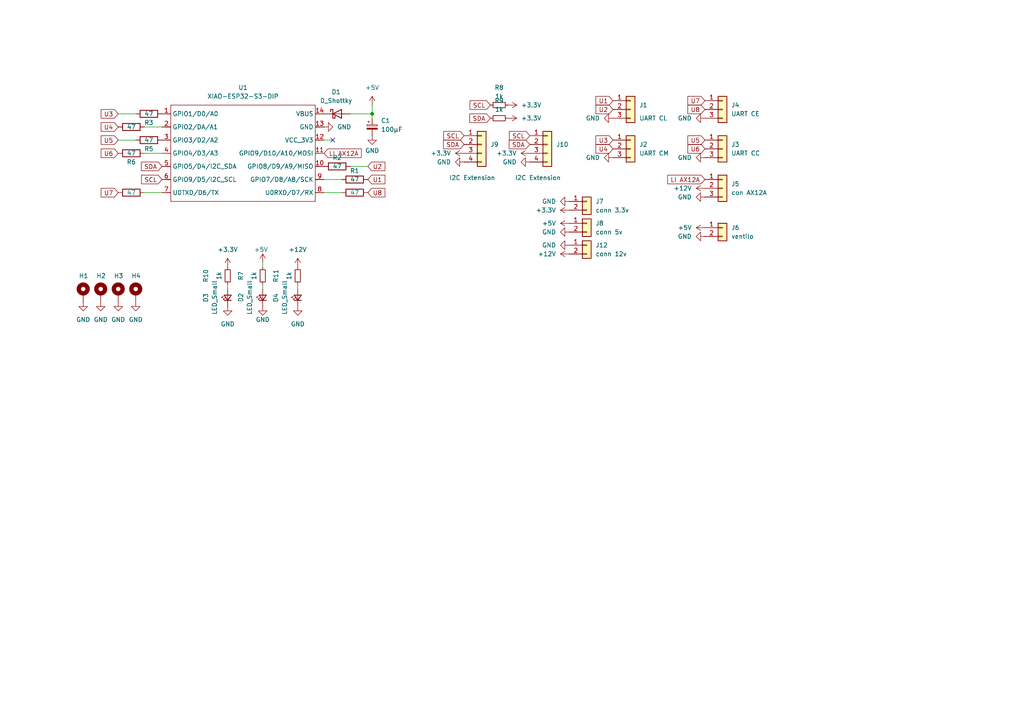
<source format=kicad_sch>
(kicad_sch (version 20250114) (generator "eeschema") (generator_version "9.0")
  (paper "A4")
  (lib_symbols
    (symbol "Connector_Generic:Conn_01x02" (pin_names (offset 1.016) (hide yes))
      (property "Reference" "J" (at 0 2.54 0))
      (property "Value" "Conn_01x02" (at 0 -5.08 0))
      (symbol "Conn_01x02_1_1"
        (rectangle (start -1.27 1.27) (end 1.27 -3.81) (stroke (width 0.254)) (fill (type background)))
        (rectangle (start -1.27 0.127) (end 0 -0.127) (stroke (width 0.1524)))
        (rectangle (start -1.27 -2.413) (end 0 -2.667) (stroke (width 0.1524)))
        (pin passive line (at -5.08 0 0) (length 3.81) (name "Pin_1") (number "1"))
        (pin passive line (at -5.08 -2.54 0) (length 3.81) (name "Pin_2") (number "2"))
      )
    )
    (symbol "Connector_Generic:Conn_01x03" (pin_names (offset 1.016) (hide yes))
      (property "Reference" "J" (at 0 5.08 0))
      (property "Value" "Conn_01x03" (at 0 -5.08 0))
      (symbol "Conn_01x03_1_1"
        (rectangle (start -1.27 3.81) (end 1.27 -3.81) (stroke (width 0.254)) (fill (type background)))
        (rectangle (start -1.27 2.667) (end 0 2.413) (stroke (width 0.1524)))
        (rectangle (start -1.27 0.127) (end 0 -0.127) (stroke (width 0.1524)))
        (rectangle (start -1.27 -2.413) (end 0 -2.667) (stroke (width 0.1524)))
        (pin passive line (at -5.08 2.54 0) (length 3.81) (name "Pin_1") (number "1"))
        (pin passive line (at -5.08 0 0) (length 3.81) (name "Pin_2") (number "2"))
        (pin passive line (at -5.08 -2.54 0) (length 3.81) (name "Pin_3") (number "3"))
      )
    )
    (symbol "Connector_Generic:Conn_01x04" (pin_names (offset 1.016) (hide yes))
      (property "Reference" "J" (at 0 5.08 0))
      (property "Value" "Conn_01x04" (at 0 -7.62 0))
      (symbol "Conn_01x04_1_1"
        (rectangle (start -1.27 3.81) (end 1.27 -6.35) (stroke (width 0.254)) (fill (type background)))
        (rectangle (start -1.27 2.667) (end 0 2.413) (stroke (width 0.1524)))
        (rectangle (start -1.27 0.127) (end 0 -0.127) (stroke (width 0.1524)))
        (rectangle (start -1.27 -2.413) (end 0 -2.667) (stroke (width 0.1524)))
        (rectangle (start -1.27 -4.953) (end 0 -5.207) (stroke (width 0.1524)))
        (pin passive line (at -5.08 2.54 0) (length 3.81) (name "Pin_1") (number "1"))
        (pin passive line (at -5.08 0 0) (length 3.81) (name "Pin_2") (number "2"))
        (pin passive line (at -5.08 -2.54 0) (length 3.81) (name "Pin_3") (number "3"))
        (pin passive line (at -5.08 -5.08 0) (length 3.81) (name "Pin_4") (number "4"))
      )
    )
    (symbol "Device:C_Polarized_Small" (pin_numbers (hide yes)) (pin_names (offset 0.254) (hide yes))
      (property "Reference" "C" (at 0.254 1.778 0))
      (property "Value" "C_Polarized_Small" (at 0.254 -2.032 0))
      (symbol "C_Polarized_Small_0_1"
        (rectangle (start -1.524 0.6858) (end 1.524 0.3048))
        (rectangle (start -1.524 -0.3048) (end 1.524 -0.6858) (fill (type outline)))
        (polyline (pts (xy -1.27 1.524) (xy -0.762 1.524)))
        (polyline (pts (xy -1.016 1.27) (xy -1.016 1.778)))
      )
      (symbol "C_Polarized_Small_1_1"
        (pin passive line (at 0 2.54 270) (length 1.8542) (name "~") (number "1"))
        (pin passive line (at 0 -2.54 90) (length 1.8542) (name "~") (number "2"))
      )
    )
    (symbol "Device:LED_Small" (pin_numbers (hide yes)) (pin_names (offset 0.254) (hide yes))
      (property "Reference" "D" (at -1.27 3.175 0))
      (property "Value" "LED_Small" (at -4.445 -2.54 0))
      (symbol "LED_Small_0_1"
        (polyline (pts (xy -0.762 -1.016) (xy -0.762 1.016)) (stroke (width 0.254)))
        (polyline (pts (xy 0 0.762) (xy -0.508 1.27) (xy -0.254 1.27) (xy -0.508 1.27) (xy -0.508 1.016)))
        (polyline (pts (xy 0.508 1.27) (xy 0 1.778) (xy 0.254 1.778) (xy 0 1.778) (xy 0 1.524)))
        (polyline (pts (xy 0.762 -1.016) (xy -0.762 0) (xy 0.762 1.016) (xy 0.762 -1.016)) (stroke (width 0.254)))
        (polyline (pts (xy 1.016 0) (xy -0.762 0)))
      )
      (symbol "LED_Small_1_1"
        (pin passive line (at -2.54 0 0) (length 1.778) (name "K") (number "1"))
        (pin passive line (at 2.54 0 180) (length 1.778) (name "A") (number "2"))
      )
    )
    (symbol "Device:R" (pin_numbers (hide yes)) (pin_names (offset 0))
      (property "Reference" "R" (at 2.032 0 90))
      (property "Value" "R" (at 0 0 90))
      (symbol "R_0_1"
        (rectangle (start -1.016 -2.54) (end 1.016 2.54) (stroke (width 0.254)))
      )
      (symbol "R_1_1"
        (pin passive line (at 0 3.81 270) (length 1.27) (name "~") (number "1"))
        (pin passive line (at 0 -3.81 90) (length 1.27) (name "~") (number "2"))
      )
    )
    (symbol "Device:R_Small" (pin_numbers (hide yes)) (pin_names (offset 0.254) (hide yes))
      (property "Reference" "R" (at 0.762 0.508 0))
      (property "Value" "R_Small" (at 0.762 -1.016 0))
      (symbol "R_Small_0_1"
        (rectangle (start -0.762 1.778) (end 0.762 -1.778) (stroke (width 0.2032)))
      )
      (symbol "R_Small_1_1"
        (pin passive line (at 0 2.54 270) (length 0.762) (name "~") (number "1"))
        (pin passive line (at 0 -2.54 90) (length 0.762) (name "~") (number "2"))
      )
    )
    (symbol "Diode:SB120" (pin_numbers (hide yes)) (pin_names (offset 1.016) (hide yes))
      (property "Reference" "D" (at 0 2.54 0))
      (property "Value" "SB120" (at 0 -2.54 0))
      (symbol "SB120_0_1"
        (polyline (pts (xy -1.905 0.635) (xy -1.905 1.27) (xy -1.27 1.27) (xy -1.27 -1.27) (xy -0.635 -1.27) (xy -0.635 -0.635)) (stroke (width 0.254)))
        (polyline (pts (xy 1.27 1.27) (xy 1.27 -1.27) (xy -1.27 0) (xy 1.27 1.27)) (stroke (width 0.254)))
        (polyline (pts (xy 1.27 0) (xy -1.27 0)))
      )
      (symbol "SB120_1_1"
        (pin passive line (at -3.81 0 0) (length 2.54) (name "K") (number "1"))
        (pin passive line (at 3.81 0 180) (length 2.54) (name "A") (number "2"))
      )
    )
    (symbol "Mechanical:MountingHole_Pad" (pin_numbers (hide yes)) (pin_names (offset 1.016) (hide yes)) (exclude_from_sim yes) (in_bom no)
      (property "Reference" "H" (at 0 6.35 0))
      (property "Value" "MountingHole_Pad" (at 0 4.445 0))
      (symbol "MountingHole_Pad_0_1"
        (circle (center 0 1.27) (radius 1.27) (stroke (width 1.27)))
      )
      (symbol "MountingHole_Pad_1_1"
        (pin input line (at 0 -2.54 90) (length 2.54) (name "1") (number "1"))
      )
    )
    (symbol "Seeed_Studio_XIAO_Series:XIAO-ESP32-S3-DIP"
      (property "Reference" "U" (at 1.27 0.508 0))
      (property "Value" "XIAO-ESP32-S3-DIP" (at 9.652 -1.778 0))
      (symbol "XIAO-ESP32-S3-DIP_1_0"
        (polyline (pts (xy 0 -2.54) (xy 41.91 -2.54)) (stroke (width 0.1524)))
        (polyline (pts (xy 0 -5.08) (xy -1.27 -5.08)) (stroke (width 0.1524)))
        (polyline (pts (xy 0 -5.08) (xy 0 -2.54)) (stroke (width 0.1524)))
        (polyline (pts (xy 0 -8.89) (xy -1.27 -8.89)) (stroke (width 0.1524)))
        (polyline (pts (xy 0 -8.89) (xy 0 -5.08)) (stroke (width 0.1524)))
        (polyline (pts (xy 0 -12.7) (xy -1.27 -12.7)) (stroke (width 0.1524)))
        (polyline (pts (xy 0 -12.7) (xy 0 -8.89)) (stroke (width 0.1524)))
        (polyline (pts (xy 0 -16.51) (xy -1.27 -16.51)) (stroke (width 0.1524)))
        (polyline (pts (xy 0 -16.51) (xy 0 -12.7)) (stroke (width 0.1524)))
        (polyline (pts (xy 0 -20.32) (xy -1.27 -20.32)) (stroke (width 0.1524)))
        (polyline (pts (xy 0 -24.13) (xy -1.27 -24.13)) (stroke (width 0.1524)))
        (polyline (pts (xy 0 -27.94) (xy -1.27 -27.94)) (stroke (width 0.1524)))
        (polyline (pts (xy 0 -30.48) (xy 0 -16.51)) (stroke (width 0.1524)))
        (polyline (pts (xy 41.91 -2.54) (xy 41.91 -5.08)) (stroke (width 0.1524)))
        (polyline (pts (xy 41.91 -5.08) (xy 41.91 -8.89)) (stroke (width 0.1524)))
        (polyline (pts (xy 41.91 -8.89) (xy 41.91 -12.7)) (stroke (width 0.1524)))
        (polyline (pts (xy 41.91 -12.7) (xy 41.91 -30.48)) (stroke (width 0.1524)))
        (polyline (pts (xy 41.91 -30.48) (xy 0 -30.48)) (stroke (width 0.1524)))
        (polyline (pts (xy 43.18 -5.08) (xy 41.91 -5.08)) (stroke (width 0.1524)))
        (polyline (pts (xy 43.18 -8.89) (xy 41.91 -8.89)) (stroke (width 0.1524)))
        (polyline (pts (xy 43.18 -12.7) (xy 41.91 -12.7)) (stroke (width 0.1524)))
        (polyline (pts (xy 43.18 -16.51) (xy 41.91 -16.51)) (stroke (width 0.1524)))
        (polyline (pts (xy 43.18 -20.32) (xy 41.91 -20.32)) (stroke (width 0.1524)))
        (polyline (pts (xy 43.18 -24.13) (xy 41.91 -24.13)) (stroke (width 0.1524)))
        (polyline (pts (xy 43.18 -27.94) (xy 41.91 -27.94)) (stroke (width 0.1524)))
        (pin passive line (at -2.54 -5.08 0) (length 2.54) (name "GPIO1/D0/A0") (number "1"))
        (pin passive line (at -2.54 -8.89 0) (length 2.54) (name "GPIO2/DA/A1") (number "2"))
        (pin passive line (at -2.54 -12.7 0) (length 2.54) (name "GPIO3/D2/A2") (number "3"))
        (pin passive line (at -2.54 -16.51 0) (length 2.54) (name "GPIO4/D3/A3") (number "4"))
        (pin passive line (at -2.54 -20.32 0) (length 2.54) (name "GPIO5/D4/I2C_SDA") (number "5"))
        (pin passive line (at -2.54 -24.13 0) (length 2.54) (name "GPIO9/D5/I2C_SCL") (number "6"))
        (pin passive line (at -2.54 -27.94 0) (length 2.54) (name "U0TXD/D6/TX") (number "7"))
        (pin passive line (at 44.45 -5.08 180) (length 2.54) (name "VBUS") (number "14"))
        (pin passive line (at 44.45 -8.89 180) (length 2.54) (name "GND") (number "13"))
        (pin passive line (at 44.45 -12.7 180) (length 2.54) (name "VCC_3V3") (number "12"))
        (pin passive line (at 44.45 -16.51 180) (length 2.54) (name "GPIO9/D10/A10/MOSI") (number "11"))
        (pin passive line (at 44.45 -20.32 180) (length 2.54) (name "GPIO8/D9/A9/MISO") (number "10"))
        (pin passive line (at 44.45 -24.13 180) (length 2.54) (name "GPIO7/D8/A8/SCK") (number "9"))
        (pin passive line (at 44.45 -27.94 180) (length 2.54) (name "U0RXD/D7/RX") (number "8"))
      )
    )
    (symbol "power:+12V" (power) (pin_numbers (hide yes)) (pin_names (offset 0) (hide yes))
      (property "Value" "+12V" (at 0 3.556 0))
      (symbol "+12V_0_1"
        (polyline (pts (xy -0.762 1.27) (xy 0 2.54)))
        (polyline (pts (xy 0 2.54) (xy 0.762 1.27)))
        (polyline (pts (xy 0 0) (xy 0 2.54)))
      )
      (symbol "+12V_1_1"
        (pin power_in line (at 0 0 90) (length 0) (name "~") (number "1"))
      )
    )
    (symbol "power:+3.3V" (power) (pin_numbers (hide yes)) (pin_names (offset 0) (hide yes))
      (property "Value" "+3.3V" (at 0 3.556 0))
      (symbol "+3.3V_0_1"
        (polyline (pts (xy -0.762 1.27) (xy 0 2.54)))
        (polyline (pts (xy 0 2.54) (xy 0.762 1.27)))
        (polyline (pts (xy 0 0) (xy 0 2.54)))
      )
      (symbol "+3.3V_1_1"
        (pin power_in line (at 0 0 90) (length 0) (name "~") (number "1"))
      )
    )
    (symbol "power:+5V" (power) (pin_numbers (hide yes)) (pin_names (offset 0) (hide yes))
      (property "Value" "+5V" (at 0 3.556 0))
      (symbol "+5V_0_1"
        (polyline (pts (xy -0.762 1.27) (xy 0 2.54)))
        (polyline (pts (xy 0 2.54) (xy 0.762 1.27)))
        (polyline (pts (xy 0 0) (xy 0 2.54)))
      )
      (symbol "+5V_1_1"
        (pin power_in line (at 0 0 90) (length 0) (name "~") (number "1"))
      )
    )
    (symbol "power:GND" (power) (pin_numbers (hide yes)) (pin_names (offset 0) (hide yes))
      (property "Value" "GND" (at 0 -3.81 0))
      (symbol "GND_0_1"
        (polyline (pts (xy 0 0) (xy 0 -1.27) (xy 1.27 -1.27) (xy 0 -2.54) (xy -1.27 -1.27) (xy 0 -1.27)))
      )
      (symbol "GND_1_1"
        (pin power_in line (at 0 0 270) (length 0) (name "~") (number "1"))
      )
    )
  )
  (junction (at 107.95 33.02))
  (no_connect (at 96.52 40.64))
  (wire (pts (xy 107.95 33.02) (xy 107.95 30.48)))
  (wire (pts (xy 41.91 55.88) (xy 46.99 55.88)))
  (wire (pts (xy 96.52 40.64) (xy 93.98 40.64)))
  (wire (pts (xy 93.98 55.88) (xy 99.06 55.88)))
  (wire (pts (xy 41.91 44.45) (xy 46.99 44.45)))
  (wire (pts (xy 41.91 36.83) (xy 46.99 36.83)))
  (wire (pts (xy 76.2 82.55) (xy 76.2 83.82)))
  (wire (pts (xy 76.2 76.2) (xy 76.2 77.47)))
  (wire (pts (xy 66.04 83.82) (xy 66.04 82.55)))
  (wire (pts (xy 107.95 33.02) (xy 107.95 34.29)))
  (wire (pts (xy 39.37 40.64) (xy 34.29 40.64)))
  (wire (pts (xy 101.6 48.26) (xy 106.68 48.26)))
  (wire (pts (xy 101.6 33.02) (xy 107.95 33.02)))
  (wire (pts (xy 34.29 33.02) (xy 39.37 33.02)))
  (wire (pts (xy 99.06 52.07) (xy 93.98 52.07)))
  (wire (pts (xy 86.36 83.82) (xy 86.36 82.55)))
  (global_label "U2" (shape input) (at 177.8 31.75 180) (property "Intersheetrefs" "${INTERSHEET_REFS}" (effects (hide yes))))
  (global_label "U6" (shape input) (at 204.47 43.18 180) (property "Intersheetrefs" "${INTERSHEET_REFS}" (effects (hide yes))))
  (global_label "U2" (shape input) (at 106.68 48.26 0) (property "Intersheetrefs" "${INTERSHEET_REFS}" (effects (hide yes))))
  (global_label "SCL" (shape input) (at 134.62 39.37 180) (property "Intersheetrefs" "${INTERSHEET_REFS}" (effects (hide yes))))
  (global_label "U6" (shape input) (at 34.29 44.45 180) (property "Intersheetrefs" "${INTERSHEET_REFS}" (effects (hide yes))))
  (global_label "SCL" (shape input) (at 46.99 52.07 180) (property "Intersheetrefs" "${INTERSHEET_REFS}" (effects (hide yes))))
  (global_label "U5" (shape input) (at 34.29 40.64 180) (property "Intersheetrefs" "${INTERSHEET_REFS}" (effects (hide yes))))
  (global_label "U8" (shape input) (at 106.68 55.88 0) (property "Intersheetrefs" "${INTERSHEET_REFS}" (effects (hide yes))))
  (global_label "U3" (shape input) (at 34.29 33.02 180) (property "Intersheetrefs" "${INTERSHEET_REFS}" (effects (hide yes))))
  (global_label "U7" (shape input) (at 204.47 29.21 180) (property "Intersheetrefs" "${INTERSHEET_REFS}" (effects (hide yes))))
  (global_label "U1" (shape input) (at 106.68 52.07 0) (property "Intersheetrefs" "${INTERSHEET_REFS}" (effects (hide yes))))
  (global_label "U7" (shape input) (at 34.29 55.88 180) (property "Intersheetrefs" "${INTERSHEET_REFS}" (effects (hide yes))))
  (global_label "SCL" (shape input) (at 153.67 39.37 180) (property "Intersheetrefs" "${INTERSHEET_REFS}" (effects (hide yes))))
  (global_label "U4" (shape input) (at 34.29 36.83 180) (property "Intersheetrefs" "${INTERSHEET_REFS}" (effects (hide yes))))
  (global_label "U4" (shape input) (at 177.8 43.18 180) (property "Intersheetrefs" "${INTERSHEET_REFS}" (effects (hide yes))))
  (global_label "SCL" (shape input) (at 142.24 30.48 180) (property "Intersheetrefs" "${INTERSHEET_REFS}" (effects (hide yes))))
  (global_label "LI AX12A" (shape input) (at 93.98 44.45 0) (property "Intersheetrefs" "${INTERSHEET_REFS}" (effects (hide yes))))
  (global_label "U1" (shape input) (at 177.8 29.21 180) (property "Intersheetrefs" "${INTERSHEET_REFS}" (effects (hide yes))))
  (global_label "SDA" (shape input) (at 46.99 48.26 180) (property "Intersheetrefs" "${INTERSHEET_REFS}" (effects (hide yes))))
  (global_label "SDA" (shape input) (at 134.62 41.91 180) (property "Intersheetrefs" "${INTERSHEET_REFS}" (effects (hide yes))))
  (global_label "SDA" (shape input) (at 142.24 34.29 180) (property "Intersheetrefs" "${INTERSHEET_REFS}" (effects (hide yes))))
  (global_label "U8" (shape input) (at 204.47 31.75 180) (property "Intersheetrefs" "${INTERSHEET_REFS}" (effects (hide yes))))
  (global_label "U5" (shape input) (at 204.47 40.64 180) (property "Intersheetrefs" "${INTERSHEET_REFS}" (effects (hide yes))))
  (global_label "SDA" (shape input) (at 153.67 41.91 180) (property "Intersheetrefs" "${INTERSHEET_REFS}" (effects (hide yes))))
  (global_label "U3" (shape input) (at 177.8 40.64 180) (property "Intersheetrefs" "${INTERSHEET_REFS}" (effects (hide yes))))
  (global_label "LI AX12A" (shape input) (at 204.47 52.07 180) (property "Intersheetrefs" "${INTERSHEET_REFS}" (effects (hide yes))))
  (symbol (lib_id "power:GND") (at 93.98 36.83 90) (unit 1)
    (property "Reference" "#PWR01" (effects (hide yes)))
    (property "Value" "GND" (at 97.79 36.8299 90) (effects (justify right)))
    (property "Description" "Power symbol creates a global label with name \"GND\" , ground" (effects (hide yes)))
  )
  (symbol (lib_id "Device:R") (at 38.1 44.45 270) (unit 1)
    (property "Reference" "R6" (at 38.1 46.99 90))
    (property "Value" "47" (at 38.1 44.45 90))
    (property "Footprint" "Resistor_SMD:R_1206_3216Metric_Pad1.30x1.75mm_HandSolder" (effects (hide yes)))
    (property "Description" "Resistor" (effects (hide yes)))
  )
  (symbol (lib_id "Device:R") (at 43.18 33.02 90) (unit 1)
    (property "Reference" "R3" (at 43.18 35.56 90))
    (property "Value" "47" (at 43.18 33.02 90))
    (property "Footprint" "Resistor_SMD:R_1206_3216Metric_Pad1.30x1.75mm_HandSolder" (effects (hide yes)))
    (property "Description" "Resistor" (effects (hide yes)))
  )
  (symbol (lib_id "Device:R_Small") (at 86.36 80.01 0) (unit 1)
    (property "Reference" "R11" (at 80.01 80.01 90))
    (property "Value" "1k" (at 83.82 80.01 90))
    (property "Footprint" "Resistor_SMD:R_1206_3216Metric_Pad1.30x1.75mm_HandSolder" (effects (hide yes)))
    (property "Description" "Resistor, small symbol" (effects (hide yes)))
  )
  (symbol (lib_id "power:GND") (at 177.8 45.72 270) (unit 1)
    (property "Reference" "#PWR03" (effects (hide yes)))
    (property "Value" "GND" (at 173.99 45.7199 90) (effects (justify right)))
    (property "Description" "Power symbol creates a global label with name \"GND\" , ground" (effects (hide yes)))
  )
  (symbol (lib_id "Connector_Generic:Conn_01x02") (at 170.18 58.42 0) (unit 1)
    (property "Reference" "J7" (at 172.72 58.4199 0) (effects (justify left)))
    (property "Value" "conn 3.3v" (at 172.72 60.9599 0) (effects (justify left)))
    (property "Footprint" "Connector_AMASS:AMASS_XT30U-F_1x02_P5.0mm_Vertical" (effects (hide yes)))
    (property "Description" "Generic connector, single row, 01x02, script generated (kicad-library-utils/schlib/autogen/connector/)" (effects (hide yes)))
  )
  (symbol (lib_id "Device:R_Small") (at 144.78 30.48 90) (unit 1)
    (property "Reference" "R8" (at 144.78 25.4 90))
    (property "Value" "1k" (at 144.78 27.94 90))
    (property "Footprint" "Resistor_SMD:R_1206_3216Metric_Pad1.30x1.75mm_HandSolder" (effects (hide yes)))
    (property "Description" "Resistor, small symbol" (effects (hide yes)))
  )
  (symbol (lib_id "Mechanical:MountingHole_Pad") (at 29.21 85.09 0) (unit 1)
    (property "Reference" "H2" (at 27.94 80.01 0) (effects (justify left)))
    (property "Value" "MountingHole_Pad" (effects (hide yes)))
    (property "Footprint" "MountingHole:MountingHole_3.2mm_M3_Pad_Via" (effects (hide yes)))
    (property "Description" "Mounting Hole with connection" (effects (hide yes)))
  )
  (symbol (lib_id "Connector_Generic:Conn_01x03") (at 182.88 31.75 0) (unit 1)
    (property "Reference" "J1" (at 185.42 30.4799 0) (effects (justify left)))
    (property "Value" "UART CL" (at 185.42 34.29 0) (effects (justify left)))
    (property "Footprint" "Connector_Molex:Molex_KK-254_AE-6410-03A_1x03_P2.54mm_Vertical" (effects (hide yes)))
    (property "Description" "Generic connector, single row, 01x03, script generated (kicad-library-utils/schlib/autogen/connector/)" (effects (hide yes)))
  )
  (symbol (lib_id "power:GND") (at 165.1 71.12 270) (unit 1)
    (property "Reference" "#PWR021" (effects (hide yes)))
    (property "Value" "GND" (at 161.29 71.1199 90) (effects (justify right)))
    (property "Description" "Power symbol creates a global label with name \"GND\" , ground" (effects (hide yes)))
  )
  (symbol (lib_id "power:GND") (at 24.13 87.63 0) (unit 1)
    (property "Reference" "#PWR07" (effects (hide yes)))
    (property "Value" "GND" (at 24.13 92.71 0))
    (property "Description" "Power symbol creates a global label with name \"GND\" , ground" (effects (hide yes)))
  )
  (symbol (lib_id "Device:R_Small") (at 76.2 80.01 0) (unit 1)
    (property "Reference" "R7" (at 69.85 80.01 90))
    (property "Value" "1k" (at 73.66 80.01 90))
    (property "Footprint" "Resistor_SMD:R_1206_3216Metric_Pad1.30x1.75mm_HandSolder" (effects (hide yes)))
    (property "Description" "Resistor, small symbol" (effects (hide yes)))
  )
  (symbol (lib_id "Device:LED_Small") (at 86.36 86.36 90) (unit 1)
    (property "Reference" "D4" (at 80.01 86.36 0))
    (property "Value" "LED_Small" (at 82.55 86.2965 0))
    (property "Footprint" "LED_SMD:LED_1206_3216Metric" (effects (hide yes)))
    (property "Description" "Light emitting diode, small symbol" (effects (hide yes)))
    (property "Sim.Pin" "1=K 2=A" (effects (hide yes)))
  )
  (symbol (lib_id "Device:R") (at 38.1 36.83 90) (unit 1)
    (property "Reference" "R4" (effects (hide yes)))
    (property "Value" "47" (at 38.1 36.83 90))
    (property "Footprint" "Resistor_SMD:R_1206_3216Metric_Pad1.30x1.75mm_HandSolder" (effects (hide yes)))
    (property "Description" "Resistor" (effects (hide yes)))
  )
  (symbol (lib_id "Device:R") (at 102.87 55.88 90) (unit 1)
    (property "Reference" "R12" (effects (hide yes)))
    (property "Value" "47" (at 102.87 55.88 90))
    (property "Footprint" "Resistor_SMD:R_1206_3216Metric_Pad1.30x1.75mm_HandSolder" (effects (hide yes)))
    (property "Description" "Resistor" (effects (hide yes)))
  )
  (symbol (lib_id "power:GND") (at 204.47 68.58 270) (unit 1)
    (property "Reference" "#PWR023" (effects (hide yes)))
    (property "Value" "GND" (at 200.66 68.5799 90) (effects (justify right)))
    (property "Description" "Power symbol creates a global label with name \"GND\" , ground" (effects (hide yes)))
  )
  (symbol (lib_id "power:GND") (at 134.62 46.99 270) (unit 1)
    (property "Reference" "#PWR042" (effects (hide yes)))
    (property "Value" "GND" (at 130.81 46.9899 90) (effects (justify right)))
    (property "Description" "Power symbol creates a global label with name \"GND\" , ground" (effects (hide yes)))
  )
  (symbol (lib_id "power:+5V") (at 204.47 66.04 90) (unit 1)
    (property "Reference" "#PWR024" (effects (hide yes)))
    (property "Value" "+5V" (at 200.66 66.0399 90) (effects (justify left)))
    (property "Description" "Power symbol creates a global label with name \"+5V\"" (effects (hide yes)))
  )
  (symbol (lib_id "power:GND") (at 204.47 45.72 270) (unit 1)
    (property "Reference" "#PWR04" (effects (hide yes)))
    (property "Value" "GND" (at 200.66 45.7199 90) (effects (justify right)))
    (property "Description" "Power symbol creates a global label with name \"GND\" , ground" (effects (hide yes)))
  )
  (symbol (lib_id "Connector_Generic:Conn_01x04") (at 158.75 41.91 0) (unit 1)
    (property "Reference" "J10" (at 161.29 41.9099 0) (effects (justify left)))
    (property "Value" "I2C Extension" (at 149.352 51.562 0) (effects (justify left)))
    (property "Footprint" "Connector_Molex:Molex_KK-254_AE-6410-04A_1x04_P2.54mm_Vertical" (effects (hide yes)))
    (property "Description" "Generic connector, single row, 01x04, script generated (kicad-library-utils/schlib/autogen/connector/)" (effects (hide yes)))
  )
  (symbol (lib_id "power:GND") (at 76.2 88.9 0) (unit 1)
    (property "Reference" "#PWR033" (effects (hide yes)))
    (property "Value" "GND" (at 76.2 92.71 0))
    (property "Description" "Power symbol creates a global label with name \"GND\" , ground" (effects (hide yes)))
  )
  (symbol (lib_id "Mechanical:MountingHole_Pad") (at 34.29 85.09 0) (unit 1)
    (property "Reference" "H3" (at 33.02 80.01 0) (effects (justify left)))
    (property "Value" "MountingHole_Pad" (effects (hide yes)))
    (property "Footprint" "MountingHole:MountingHole_3.2mm_M3_Pad_Via" (effects (hide yes)))
    (property "Description" "Mounting Hole with connection" (effects (hide yes)))
  )
  (symbol (lib_id "power:+5V") (at 76.2 76.2 0) (unit 1)
    (property "Reference" "#PWR031" (effects (hide yes)))
    (property "Value" "+5V" (at 73.66 72.39 0) (effects (justify left)))
    (property "Description" "Power symbol creates a global label with name \"+5V\"" (effects (hide yes)))
  )
  (symbol (lib_id "Mechanical:MountingHole_Pad") (at 24.13 85.09 0) (unit 1)
    (property "Reference" "H1" (at 22.86 80.01 0) (effects (justify left)))
    (property "Value" "MountingHole_Pad" (effects (hide yes)))
    (property "Footprint" "MountingHole:MountingHole_3.2mm_M3_Pad_Via" (effects (hide yes)))
    (property "Description" "Mounting Hole with connection" (effects (hide yes)))
  )
  (symbol (lib_id "power:+12V") (at 204.47 54.61 90) (unit 1)
    (property "Reference" "#PWR09" (effects (hide yes)))
    (property "Value" "+12V" (at 200.66 54.6099 90) (effects (justify left)))
    (property "Description" "Power symbol creates a global label with name \"+12V\"" (effects (hide yes)))
  )
  (symbol (lib_id "power:GND") (at 165.1 58.42 270) (unit 1)
    (property "Reference" "#PWR017" (effects (hide yes)))
    (property "Value" "GND" (at 161.29 58.4199 90) (effects (justify right)))
    (property "Description" "Power symbol creates a global label with name \"GND\" , ground" (effects (hide yes)))
  )
  (symbol (lib_id "Connector_Generic:Conn_01x03") (at 209.55 31.75 0) (unit 1)
    (property "Reference" "J4" (at 212.09 30.4799 0) (effects (justify left)))
    (property "Value" "UART CE" (at 212.09 33.0199 0) (effects (justify left)))
    (property "Footprint" "Connector_Molex:Molex_KK-254_AE-6410-03A_1x03_P2.54mm_Vertical" (effects (hide yes)))
    (property "Description" "Generic connector, single row, 01x03, script generated (kicad-library-utils/schlib/autogen/connector/)" (effects (hide yes)))
  )
  (symbol (lib_id "power:GND") (at 177.8 34.29 270) (unit 1)
    (property "Reference" "#PWR02" (effects (hide yes)))
    (property "Value" "GND" (at 173.99 34.2899 90) (effects (justify right)))
    (property "Description" "Power symbol creates a global label with name \"GND\" , ground" (effects (hide yes)))
  )
  (symbol (lib_id "power:GND") (at 165.1 67.31 270) (unit 1)
    (property "Reference" "#PWR020" (effects (hide yes)))
    (property "Value" "GND" (at 161.29 67.3099 90) (effects (justify right)))
    (property "Description" "Power symbol creates a global label with name \"GND\" , ground" (effects (hide yes)))
  )
  (symbol (lib_id "Device:R_Small") (at 144.78 34.29 90) (unit 1)
    (property "Reference" "R9" (at 144.78 29.21 90))
    (property "Value" "1k" (at 144.78 31.75 90))
    (property "Footprint" "Resistor_SMD:R_1206_3216Metric_Pad1.30x1.75mm_HandSolder" (effects (hide yes)))
    (property "Description" "Resistor, small symbol" (effects (hide yes)))
  )
  (symbol (lib_id "power:+5V") (at 165.1 64.77 90) (unit 1)
    (property "Reference" "#PWR019" (effects (hide yes)))
    (property "Value" "+5V" (at 161.29 64.7699 90) (effects (justify left)))
    (property "Description" "Power symbol creates a global label with name \"+5V\"" (effects (hide yes)))
  )
  (symbol (lib_id "Device:R") (at 43.18 40.64 90) (unit 1)
    (property "Reference" "R5" (at 43.18 43.18 90))
    (property "Value" "47" (at 43.18 40.64 90))
    (property "Footprint" "Resistor_SMD:R_1206_3216Metric_Pad1.30x1.75mm_HandSolder" (effects (hide yes)))
    (property "Description" "Resistor" (effects (hide yes)))
  )
  (symbol (lib_id "power:+3.3V") (at 134.62 44.45 90) (unit 1)
    (property "Reference" "#PWR041" (effects (hide yes)))
    (property "Value" "+3.3V" (at 130.81 44.4499 90) (effects (justify left)))
    (property "Description" "Power symbol creates a global label with name \"+3.3V\"" (effects (hide yes)))
  )
  (symbol (lib_id "power:GND") (at 66.04 88.9 0) (unit 1)
    (property "Reference" "#PWR034" (effects (hide yes)))
    (property "Value" "GND" (at 66.04 93.98 0))
    (property "Description" "Power symbol creates a global label with name \"GND\" , ground" (effects (hide yes)))
  )
  (symbol (lib_id "Connector_Generic:Conn_01x03") (at 209.55 43.18 0) (unit 1)
    (property "Reference" "J3" (at 212.09 41.9099 0) (effects (justify left)))
    (property "Value" "UART CC" (at 212.09 44.4499 0) (effects (justify left)))
    (property "Footprint" "Connector_Molex:Molex_KK-254_AE-6410-03A_1x03_P2.54mm_Vertical" (effects (hide yes)))
    (property "Description" "Generic connector, single row, 01x03, script generated (kicad-library-utils/schlib/autogen/connector/)" (effects (hide yes)))
  )
  (symbol (lib_id "Connector_Generic:Conn_01x02") (at 170.18 71.12 0) (unit 1)
    (property "Reference" "J12" (at 172.72 71.1199 0) (effects (justify left)))
    (property "Value" "conn 12v" (at 172.72 73.6599 0) (effects (justify left)))
    (property "Footprint" "Connector_AMASS:AMASS_XT30U-F_1x02_P5.0mm_Vertical" (effects (hide yes)))
    (property "Description" "Generic connector, single row, 01x02, script generated (kicad-library-utils/schlib/autogen/connector/)" (effects (hide yes)))
  )
  (symbol (lib_id "Mechanical:MountingHole_Pad") (at 39.37 85.09 0) (unit 1)
    (property "Reference" "H4" (at 38.1 80.01 0) (effects (justify left)))
    (property "Value" "MountingHole_Pad" (effects (hide yes)))
    (property "Footprint" "MountingHole:MountingHole_3.2mm_M3_Pad_Via" (effects (hide yes)))
    (property "Description" "Mounting Hole with connection" (effects (hide yes)))
  )
  (symbol (lib_id "power:GND") (at 39.37 87.63 0) (unit 1)
    (property "Reference" "#PWR08" (effects (hide yes)))
    (property "Value" "GND" (at 39.37 92.71 0))
    (property "Description" "Power symbol creates a global label with name \"GND\" , ground" (effects (hide yes)))
  )
  (symbol (lib_id "Device:C_Polarized_Small") (at 107.95 36.83 0) (unit 1)
    (property "Reference" "C1" (at 110.49 35.0138 0) (effects (justify left)))
    (property "Value" "100µF" (at 110.49 37.5538 0) (effects (justify left)))
    (property "Footprint" "Capacitor_THT:CP_Radial_D5.0mm_P2.00mm" (effects (hide yes)))
    (property "Description" "Polarized capacitor, small symbol" (effects (hide yes)))
  )
  (symbol (lib_id "power:+12V") (at 86.36 77.47 0) (unit 1)
    (property "Reference" "#PWR011" (effects (hide yes)))
    (property "Value" "+12V" (at 86.36 72.39 0))
    (property "Description" "Power symbol creates a global label with name \"+12V\"" (effects (hide yes)))
  )
  (symbol (lib_id "Device:LED_Small") (at 76.2 86.36 90) (unit 1)
    (property "Reference" "D2" (at 69.85 86.2965 0))
    (property "Value" "LED_Small" (at 72.39 86.2965 0))
    (property "Footprint" "LED_SMD:LED_1206_3216Metric" (effects (hide yes)))
    (property "Description" "Light emitting diode, small symbol" (effects (hide yes)))
    (property "Sim.Pin" "1=K 2=A" (effects (hide yes)))
  )
  (symbol (lib_id "power:GND") (at 204.47 57.15 270) (unit 1)
    (property "Reference" "#PWR010" (effects (hide yes)))
    (property "Value" "GND" (at 200.66 57.1499 90) (effects (justify right)))
    (property "Description" "Power symbol creates a global label with name \"GND\" , ground" (effects (hide yes)))
  )
  (symbol (lib_id "Seeed_Studio_XIAO_Series:XIAO-ESP32-S3-DIP") (at 49.53 27.94 0) (unit 1)
    (property "Reference" "U1" (at 70.485 25.4 0))
    (property "Value" "XIAO-ESP32-S3-DIP" (at 70.485 27.94 0))
    (property "Footprint" "Seeed Studio XIAO Series Library:XIAO-ESP32S3-DIP" (effects (hide yes)))
  )
  (symbol (lib_id "power:+3.3V") (at 153.67 44.45 90) (unit 1)
    (property "Reference" "#PWR043" (effects (hide yes)))
    (property "Value" "+3.3V" (at 149.86 44.4499 90) (effects (justify left)))
    (property "Description" "Power symbol creates a global label with name \"+3.3V\"" (effects (hide yes)))
  )
  (symbol (lib_id "Connector_Generic:Conn_01x04") (at 139.7 41.91 0) (unit 1)
    (property "Reference" "J9" (at 142.24 41.9099 0) (effects (justify left)))
    (property "Value" "I2C Extension" (at 130.302 51.562 0) (effects (justify left)))
    (property "Footprint" "Connector_Molex:Molex_KK-254_AE-6410-04A_1x04_P2.54mm_Vertical" (effects (hide yes)))
    (property "Description" "Generic connector, single row, 01x04, script generated (kicad-library-utils/schlib/autogen/connector/)" (effects (hide yes)))
  )
  (symbol (lib_id "Device:R") (at 97.79 48.26 270) (unit 1)
    (property "Reference" "R2" (at 97.79 45.72 90))
    (property "Value" "47" (at 97.79 48.26 90))
    (property "Footprint" "Resistor_SMD:R_1206_3216Metric_Pad1.30x1.75mm_HandSolder" (effects (hide yes)))
    (property "Description" "Resistor" (effects (hide yes)))
  )
  (symbol (lib_id "Connector_Generic:Conn_01x02") (at 170.18 64.77 0) (unit 1)
    (property "Reference" "J8" (at 172.72 64.7699 0) (effects (justify left)))
    (property "Value" "conn 5v" (at 172.72 67.3099 0) (effects (justify left)))
    (property "Footprint" "Connector_Molex:Molex_KK-254_AE-6410-02A_1x02_P2.54mm_Vertical" (effects (hide yes)))
    (property "Description" "Generic connector, single row, 01x02, script generated (kicad-library-utils/schlib/autogen/connector/)" (effects (hide yes)))
  )
  (symbol (lib_id "Diode:SB120") (at 97.79 33.02 0) (unit 1)
    (property "Reference" "D1" (at 97.4725 26.67 0))
    (property "Value" "D_Shottky" (at 97.4725 29.21 0))
    (property "Footprint" "Diode_THT:D_DO-41_SOD81_P10.16mm_Horizontal" (effects (hide yes)))
    (property "Datasheet" "http://www.diodes.com/_files/datasheets/ds23022.pdf" (effects (hide yes)))
    (property "Description" "20V 1A Schottky Barrier Rectifier Diode, DO-41" (effects (hide yes)))
  )
  (symbol (lib_id "Device:LED_Small") (at 66.04 86.36 90) (unit 1)
    (property "Reference" "D3" (at 59.69 86.36 0))
    (property "Value" "LED_Small" (at 62.23 86.2965 0))
    (property "Footprint" "LED_SMD:LED_1206_3216Metric" (effects (hide yes)))
    (property "Description" "Light emitting diode, small symbol" (effects (hide yes)))
    (property "Sim.Pin" "1=K 2=A" (effects (hide yes)))
  )
  (symbol (lib_id "power:GND") (at 204.47 34.29 270) (unit 1)
    (property "Reference" "#PWR016" (effects (hide yes)))
    (property "Value" "GND" (at 200.66 34.2899 90) (effects (justify right)))
    (property "Description" "Power symbol creates a global label with name \"GND\" , ground" (effects (hide yes)))
  )
  (symbol (lib_id "power:GND") (at 29.21 87.63 0) (unit 1)
    (property "Reference" "#PWR028" (effects (hide yes)))
    (property "Value" "GND" (at 29.21 92.71 0))
    (property "Description" "Power symbol creates a global label with name \"GND\" , ground" (effects (hide yes)))
  )
  (symbol (lib_id "power:GND") (at 34.29 87.63 0) (unit 1)
    (property "Reference" "#PWR029" (effects (hide yes)))
    (property "Value" "GND" (at 34.29 92.71 0))
    (property "Description" "Power symbol creates a global label with name \"GND\" , ground" (effects (hide yes)))
  )
  (symbol (lib_id "power:+3.3V") (at 147.32 30.48 270) (unit 1)
    (property "Reference" "#PWR048" (effects (hide yes)))
    (property "Value" "+3.3V" (at 151.13 30.4799 90) (effects (justify left)))
    (property "Description" "Power symbol creates a global label with name \"+3.3V\"" (effects (hide yes)))
  )
  (symbol (lib_id "power:GND") (at 107.95 39.37 0) (unit 1)
    (property "Reference" "#PWR06" (effects (hide yes)))
    (property "Value" "GND" (at 107.95 43.688 0))
    (property "Description" "Power symbol creates a global label with name \"GND\" , ground" (effects (hide yes)))
  )
  (symbol (lib_id "Connector_Generic:Conn_01x03") (at 182.88 43.18 0) (unit 1)
    (property "Reference" "J2" (at 185.42 41.9099 0) (effects (justify left)))
    (property "Value" "UART CM" (at 185.42 44.4499 0) (effects (justify left)))
    (property "Footprint" "Connector_Molex:Molex_KK-254_AE-6410-03A_1x03_P2.54mm_Vertical" (effects (hide yes)))
    (property "Description" "Generic connector, single row, 01x03, script generated (kicad-library-utils/schlib/autogen/connector/)" (effects (hide yes)))
  )
  (symbol (lib_id "Device:R") (at 38.1 55.88 90) (unit 1)
    (property "Reference" "R13" (effects (hide yes)))
    (property "Value" "47" (at 38.1 55.88 90))
    (property "Footprint" "Resistor_SMD:R_1206_3216Metric_Pad1.30x1.75mm_HandSolder" (effects (hide yes)))
    (property "Description" "Resistor" (effects (hide yes)))
  )
  (symbol (lib_id "Connector_Generic:Conn_01x03") (at 209.55 54.61 0) (unit 1)
    (property "Reference" "J5" (at 212.09 53.3399 0) (effects (justify left)))
    (property "Value" "con AX12A" (at 212.09 55.8799 0) (effects (justify left)))
    (property "Footprint" "Connector_Molex:Molex_KK-254_AE-6410-03A_1x03_P2.54mm_Vertical" (effects (hide yes)))
    (property "Description" "Generic connector, single row, 01x03, script generated (kicad-library-utils/schlib/autogen/connector/)" (effects (hide yes)))
  )
  (symbol (lib_id "Device:R_Small") (at 66.04 80.01 0) (unit 1)
    (property "Reference" "R10" (at 59.69 80.01 90))
    (property "Value" "1k" (at 63.5 80.01 90))
    (property "Footprint" "Resistor_SMD:R_1206_3216Metric_Pad1.30x1.75mm_HandSolder" (effects (hide yes)))
    (property "Description" "Resistor, small symbol" (effects (hide yes)))
  )
  (symbol (lib_id "power:+5V") (at 107.95 30.48 0) (unit 1)
    (property "Reference" "#PWR05" (effects (hide yes)))
    (property "Value" "+5V" (at 107.95 25.4 0))
    (property "Description" "Power symbol creates a global label with name \"+5V\"" (effects (hide yes)))
  )
  (symbol (lib_id "power:+3.3V") (at 165.1 60.96 90) (unit 1)
    (property "Reference" "#PWR018" (effects (hide yes)))
    (property "Value" "+3.3V" (at 161.29 60.9599 90) (effects (justify left)))
    (property "Description" "Power symbol creates a global label with name \"+3.3V\"" (effects (hide yes)))
  )
  (symbol (lib_id "power:+3.3V") (at 147.32 34.29 270) (unit 1)
    (property "Reference" "#PWR049" (effects (hide yes)))
    (property "Value" "+3.3V" (at 151.13 34.2899 90) (effects (justify left)))
    (property "Description" "Power symbol creates a global label with name \"+3.3V\"" (effects (hide yes)))
  )
  (symbol (lib_id "Device:R") (at 102.87 52.07 270) (unit 1)
    (property "Reference" "R1" (at 102.87 49.53 90))
    (property "Value" "47" (at 102.87 52.07 90))
    (property "Footprint" "Resistor_SMD:R_1206_3216Metric_Pad1.30x1.75mm_HandSolder" (effects (hide yes)))
    (property "Description" "Resistor" (effects (hide yes)))
  )
  (symbol (lib_id "power:GND") (at 86.36 88.9 0) (unit 1)
    (property "Reference" "#PWR036" (effects (hide yes)))
    (property "Value" "GND" (at 86.36 93.98 0))
    (property "Description" "Power symbol creates a global label with name \"GND\" , ground" (effects (hide yes)))
  )
  (symbol (lib_id "Connector_Generic:Conn_01x02") (at 209.55 66.04 0) (unit 1)
    (property "Reference" "J6" (at 212.09 66.0399 0) (effects (justify left)))
    (property "Value" "ventilo" (at 212.09 68.5799 0) (effects (justify left)))
    (property "Footprint" "Connector_Molex:Molex_KK-254_AE-6410-02A_1x02_P2.54mm_Vertical" (effects (hide yes)))
    (property "Description" "Generic connector, single row, 01x02, script generated (kicad-library-utils/schlib/autogen/connector/)" (effects (hide yes)))
  )
  (symbol (lib_id "power:+12V") (at 165.1 73.66 90) (unit 1)
    (property "Reference" "#PWR012" (effects (hide yes)))
    (property "Value" "+12V" (at 161.29 73.6599 90) (effects (justify left)))
    (property "Description" "Power symbol creates a global label with name \"+12V\"" (effects (hide yes)))
  )
  (symbol (lib_id "power:+3.3V") (at 66.04 77.47 0) (unit 1)
    (property "Reference" "#PWR032" (effects (hide yes)))
    (property "Value" "+3.3V" (at 66.04 72.39 0))
    (property "Description" "Power symbol creates a global label with name \"+3.3V\"" (effects (hide yes)))
  )
  (symbol (lib_id "power:GND") (at 153.67 46.99 270) (unit 1)
    (property "Reference" "#PWR044" (effects (hide yes)))
    (property "Value" "GND" (at 149.86 46.9899 90) (effects (justify right)))
    (property "Description" "Power symbol creates a global label with name \"GND\" , ground" (effects (hide yes)))
  )
)
</source>
